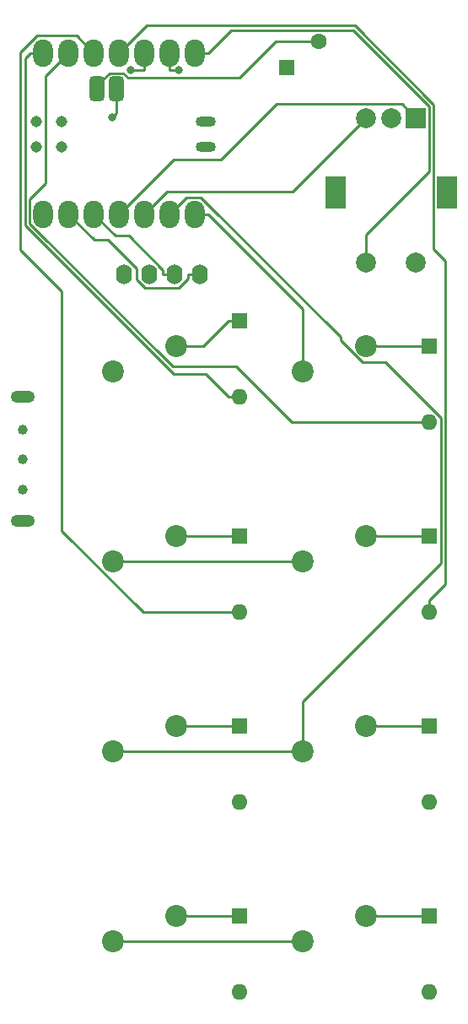
<source format=gbr>
%TF.GenerationSoftware,KiCad,Pcbnew,(6.0.9)*%
%TF.CreationDate,2023-04-09T12:51:12-04:00*%
%TF.ProjectId,MainPad,4d61696e-5061-4642-9e6b-696361645f70,rev?*%
%TF.SameCoordinates,Original*%
%TF.FileFunction,Copper,L2,Bot*%
%TF.FilePolarity,Positive*%
%FSLAX46Y46*%
G04 Gerber Fmt 4.6, Leading zero omitted, Abs format (unit mm)*
G04 Created by KiCad (PCBNEW (6.0.9)) date 2023-04-09 12:51:12*
%MOMM*%
%LPD*%
G01*
G04 APERTURE LIST*
G04 Aperture macros list*
%AMRoundRect*
0 Rectangle with rounded corners*
0 $1 Rounding radius*
0 $2 $3 $4 $5 $6 $7 $8 $9 X,Y pos of 4 corners*
0 Add a 4 corners polygon primitive as box body*
4,1,4,$2,$3,$4,$5,$6,$7,$8,$9,$2,$3,0*
0 Add four circle primitives for the rounded corners*
1,1,$1+$1,$2,$3*
1,1,$1+$1,$4,$5*
1,1,$1+$1,$6,$7*
1,1,$1+$1,$8,$9*
0 Add four rect primitives between the rounded corners*
20,1,$1+$1,$2,$3,$4,$5,0*
20,1,$1+$1,$4,$5,$6,$7,0*
20,1,$1+$1,$6,$7,$8,$9,0*
20,1,$1+$1,$8,$9,$2,$3,0*%
G04 Aperture macros list end*
%TA.AperFunction,SMDPad,CuDef*%
%ADD10O,1.998980X2.748280*%
%TD*%
%TA.AperFunction,SMDPad,CuDef*%
%ADD11O,2.032000X1.016000*%
%TD*%
%TA.AperFunction,SMDPad,CuDef*%
%ADD12C,1.143000*%
%TD*%
%TA.AperFunction,SMDPad,CuDef*%
%ADD13RoundRect,0.375000X-0.375000X0.875000X-0.375000X-0.875000X0.375000X-0.875000X0.375000X0.875000X0*%
%TD*%
%TA.AperFunction,ComponentPad*%
%ADD14C,1.008000*%
%TD*%
%TA.AperFunction,ComponentPad*%
%ADD15O,2.416000X1.208000*%
%TD*%
%TA.AperFunction,ComponentPad*%
%ADD16R,1.600000X1.600000*%
%TD*%
%TA.AperFunction,ComponentPad*%
%ADD17O,1.600000X1.600000*%
%TD*%
%TA.AperFunction,ComponentPad*%
%ADD18C,2.200000*%
%TD*%
%TA.AperFunction,ComponentPad*%
%ADD19O,1.600000X2.000000*%
%TD*%
%TA.AperFunction,ComponentPad*%
%ADD20R,2.000000X2.000000*%
%TD*%
%TA.AperFunction,ComponentPad*%
%ADD21C,2.000000*%
%TD*%
%TA.AperFunction,ComponentPad*%
%ADD22R,2.000000X3.200000*%
%TD*%
%TA.AperFunction,ComponentPad*%
%ADD23C,1.600000*%
%TD*%
%TA.AperFunction,ViaPad*%
%ADD24C,0.800000*%
%TD*%
%TA.AperFunction,Conductor*%
%ADD25C,0.250000*%
%TD*%
G04 APERTURE END LIST*
D10*
%TO.P,U1,1,D0-A0*%
%TO.N,/Row1*%
X122540480Y-30318720D03*
%TO.P,U1,2,D1-A1*%
%TO.N,/Row2*%
X125080480Y-30318720D03*
%TO.P,U1,3,D2-A2*%
%TO.N,/Row3*%
X127620480Y-30318720D03*
%TO.P,U1,4,D3-A3*%
%TO.N,/Row4*%
X130160480Y-30318720D03*
%TO.P,U1,5,D4-A4-SDA*%
%TO.N,/SDA*%
X132700480Y-30318720D03*
%TO.P,U1,6,D5-A5-SCL*%
%TO.N,/SCL*%
X135240480Y-30318720D03*
%TO.P,U1,7,D6-A6-TX*%
%TO.N,/RotaryButton*%
X137780480Y-30318720D03*
%TO.P,U1,8,D7*%
%TO.N,/Column1*%
X137780480Y-46483280D03*
%TO.P,U1,9,D8*%
%TO.N,/Column2*%
X135240480Y-46483280D03*
%TO.P,U1,10,D9*%
%TO.N,/RotaryB*%
X132700480Y-46483280D03*
%TO.P,U1,11,D10*%
%TO.N,/RotaryA*%
X130160480Y-46483280D03*
%TO.P,U1,12,3.3V*%
%TO.N,/3.3V*%
X127620480Y-46483280D03*
%TO.P,U1,13,GND*%
%TO.N,/GND*%
X125080480Y-46483280D03*
%TO.P,U1,14,5_v*%
%TO.N,/+5V*%
X122540480Y-46483280D03*
D11*
%TO.P,U1,15*%
%TO.N,N/C*%
X138858300Y-37185600D03*
%TO.P,U1,16*%
X138858300Y-39735600D03*
D12*
%TO.P,U1,17*%
X121854113Y-37184403D03*
%TO.P,U1,18*%
X121854113Y-39724403D03*
%TO.P,U1,19*%
X124394113Y-37184403D03*
%TO.P,U1,20*%
X124394113Y-39724403D03*
D13*
%TO.P,U1,21,vBat-*%
%TO.N,Net-(BT1-Pad2)*%
X127958300Y-33930600D03*
%TO.P,U1,22,vBat+*%
%TO.N,Net-(PoweSwitch1-Pad1)*%
X129863300Y-33930600D03*
%TD*%
D14*
%TO.P,PoweSwitch1,1,A*%
%TO.N,Net-(PoweSwitch1-Pad1)*%
X120530000Y-68070000D03*
%TO.P,PoweSwitch1,2,B*%
%TO.N,Net-(PoweSwitch1-Pad2)*%
X120530000Y-71070000D03*
%TO.P,PoweSwitch1,3,C*%
%TO.N,unconnected-(PoweSwitch1-Pad3)*%
X120530000Y-74070000D03*
D15*
%TO.P,PoweSwitch1,P$4*%
%TO.N,N/C*%
X120530000Y-64770000D03*
%TO.P,PoweSwitch1,P$5*%
X120530000Y-77270000D03*
%TD*%
D16*
%TO.P,U9,1,K*%
%TO.N,Net-(SW8-Pad1)*%
X161290000Y-116840000D03*
D17*
%TO.P,U9,2,A*%
%TO.N,/Row4*%
X161290000Y-124460000D03*
%TD*%
D16*
%TO.P,U8,1,K*%
%TO.N,Net-(SW7-Pad1)*%
X142240000Y-116840000D03*
D17*
%TO.P,U8,2,A*%
%TO.N,/Row3*%
X142240000Y-124460000D03*
%TD*%
D16*
%TO.P,U7,1,K*%
%TO.N,Net-(SW6-Pad1)*%
X161290000Y-97790000D03*
D17*
%TO.P,U7,2,A*%
%TO.N,/Row2*%
X161290000Y-105410000D03*
%TD*%
D16*
%TO.P,U6,1,K*%
%TO.N,Net-(SW5-Pad1)*%
X142240000Y-97790000D03*
D17*
%TO.P,U6,2,A*%
%TO.N,/Row1*%
X142240000Y-105410000D03*
%TD*%
D16*
%TO.P,U5,1,K*%
%TO.N,Net-(SW4-Pad1)*%
X161290000Y-78740000D03*
D17*
%TO.P,U5,2,A*%
%TO.N,/Row4*%
X161290000Y-86360000D03*
%TD*%
D16*
%TO.P,U4,1,K*%
%TO.N,Net-(SW3-Pad1)*%
X142240000Y-78740000D03*
D17*
%TO.P,U4,2,A*%
%TO.N,/Row3*%
X142240000Y-86360000D03*
%TD*%
D16*
%TO.P,U3,1,K*%
%TO.N,Net-(SW2-Pad1)*%
X161290000Y-59690000D03*
D17*
%TO.P,U3,2,A*%
%TO.N,/Row2*%
X161290000Y-67310000D03*
%TD*%
D16*
%TO.P,U2,1,K*%
%TO.N,Net-(SW1-Pad1)*%
X142240000Y-57150000D03*
D17*
%TO.P,U2,2,A*%
%TO.N,/Row1*%
X142240000Y-64770000D03*
%TD*%
D18*
%TO.P,SW8,1,1*%
%TO.N,Net-(SW8-Pad1)*%
X154940000Y-116840000D03*
%TO.P,SW8,2,2*%
%TO.N,/Column2*%
X148590000Y-119380000D03*
%TD*%
%TO.P,SW7,1,1*%
%TO.N,Net-(SW7-Pad1)*%
X135890000Y-116840000D03*
%TO.P,SW7,2,2*%
%TO.N,/Column2*%
X129540000Y-119380000D03*
%TD*%
%TO.P,SW6,1,1*%
%TO.N,Net-(SW6-Pad1)*%
X154940000Y-97790000D03*
%TO.P,SW6,2,2*%
%TO.N,/Column2*%
X148590000Y-100330000D03*
%TD*%
%TO.P,SW5,1,1*%
%TO.N,Net-(SW5-Pad1)*%
X135890000Y-97790000D03*
%TO.P,SW5,2,2*%
%TO.N,/Column2*%
X129540000Y-100330000D03*
%TD*%
%TO.P,SW4,1,1*%
%TO.N,Net-(SW4-Pad1)*%
X154940000Y-78740000D03*
%TO.P,SW4,2,2*%
%TO.N,/Column1*%
X148590000Y-81280000D03*
%TD*%
%TO.P,SW3,1,1*%
%TO.N,Net-(SW3-Pad1)*%
X135890000Y-78740000D03*
%TO.P,SW3,2,2*%
%TO.N,/Column1*%
X129540000Y-81280000D03*
%TD*%
%TO.P,SW2,1,1*%
%TO.N,Net-(SW2-Pad1)*%
X154940000Y-59690000D03*
%TO.P,SW2,2,2*%
%TO.N,/Column1*%
X148590000Y-62230000D03*
%TD*%
%TO.P,SW1,1,1*%
%TO.N,Net-(SW1-Pad1)*%
X135890000Y-59690000D03*
%TO.P,SW1,2,2*%
%TO.N,/Column1*%
X129540000Y-62230000D03*
%TD*%
D19*
%TO.P,Screen1,4,SDA*%
%TO.N,/SDA*%
X130620000Y-52510000D03*
%TO.P,Screen1,3,SCL*%
%TO.N,/SCL*%
X133160000Y-52510000D03*
%TO.P,Screen1,1,GND*%
%TO.N,/GND*%
X138240000Y-52510000D03*
%TO.P,Screen1,2,VCC*%
%TO.N,/3.3V*%
X135700000Y-52510000D03*
%TD*%
D20*
%TO.P,Knob1,A,A*%
%TO.N,/RotaryA*%
X159980000Y-36830000D03*
D21*
%TO.P,Knob1,B,B*%
%TO.N,/RotaryB*%
X154980000Y-36830000D03*
%TO.P,Knob1,C,C*%
%TO.N,/GND*%
X157480000Y-36830000D03*
D22*
%TO.P,Knob1,MP*%
%TO.N,N/C*%
X151880000Y-44330000D03*
X163080000Y-44330000D03*
D21*
%TO.P,Knob1,S1,S1*%
%TO.N,/RotaryButton*%
X154980000Y-51330000D03*
%TO.P,Knob1,S2,S2*%
%TO.N,/GND*%
X159980000Y-51330000D03*
%TD*%
D16*
%TO.P,BT1,1,+*%
%TO.N,Net-(PoweSwitch1-Pad2)*%
X146965000Y-31805000D03*
D23*
%TO.P,BT1,2,-*%
%TO.N,Net-(BT1-Pad2)*%
X150215000Y-29155000D03*
%TD*%
D24*
%TO.N,Net-(PoweSwitch1-Pad1)*%
X129470100Y-36738400D03*
%TO.N,/SCL*%
X136186000Y-32065600D03*
%TO.N,/SDA*%
X131341000Y-32066900D03*
%TD*%
D25*
%TO.N,Net-(PoweSwitch1-Pad1)*%
X129863300Y-36345200D02*
X129470100Y-36738400D01*
X129863300Y-33930600D02*
X129863300Y-36345200D01*
%TO.N,/Row1*%
X142240000Y-64770000D02*
X141114700Y-64770000D01*
X122540500Y-30318700D02*
X121215700Y-30318700D01*
X138843700Y-62499000D02*
X141114700Y-64770000D01*
X135651000Y-62499000D02*
X138843700Y-62499000D01*
X120721800Y-47569800D02*
X135651000Y-62499000D01*
X120721800Y-30812600D02*
X120721800Y-47569800D01*
X121215700Y-30318700D02*
X120721800Y-30812600D01*
%TO.N,/RotaryA*%
X135613800Y-41030000D02*
X130160500Y-46483300D01*
X140354600Y-41030000D02*
X135613800Y-41030000D01*
X145935700Y-35448900D02*
X140354600Y-41030000D01*
X158598900Y-35448900D02*
X145935700Y-35448900D01*
X159980000Y-36830000D02*
X158598900Y-35448900D01*
%TO.N,/RotaryButton*%
X141394400Y-28029600D02*
X139105300Y-30318700D01*
X153643500Y-28029600D02*
X141394400Y-28029600D01*
X161305400Y-35691500D02*
X153643500Y-28029600D01*
X161305400Y-42231500D02*
X161305400Y-35691500D01*
X154980000Y-48556900D02*
X161305400Y-42231500D01*
X154980000Y-51330000D02*
X154980000Y-48556900D01*
X137780500Y-30318700D02*
X139105300Y-30318700D01*
%TO.N,/Row4*%
X161290000Y-86360000D02*
X161290000Y-85234700D01*
X132918100Y-27561100D02*
X130160500Y-30318700D01*
X153811900Y-27561100D02*
X132918100Y-27561100D01*
X161763300Y-35512500D02*
X153811900Y-27561100D01*
X161763300Y-42410500D02*
X161763300Y-35512500D01*
X161712800Y-42461000D02*
X161763300Y-42410500D01*
X161712800Y-49962800D02*
X161712800Y-42461000D01*
X162915700Y-51165700D02*
X161712800Y-49962800D01*
X162915700Y-83609000D02*
X162915700Y-51165700D01*
X161290000Y-85234700D02*
X162915700Y-83609000D01*
%TO.N,/Row3*%
X125891800Y-28590000D02*
X127620500Y-30318700D01*
X121946700Y-28590000D02*
X125891800Y-28590000D01*
X120259400Y-30277300D02*
X121946700Y-28590000D01*
X120259400Y-50029000D02*
X120259400Y-30277300D01*
X124418300Y-54187900D02*
X120259400Y-50029000D01*
X124418300Y-78224300D02*
X124418300Y-54187900D01*
X132554000Y-86360000D02*
X124418300Y-78224300D01*
X142240000Y-86360000D02*
X132554000Y-86360000D01*
%TO.N,/Row2*%
X122751000Y-32648200D02*
X125080500Y-30318700D01*
X122751000Y-43396600D02*
X122751000Y-32648200D01*
X121194900Y-44952700D02*
X122751000Y-43396600D01*
X121194900Y-47406000D02*
X121194900Y-44952700D01*
X135541600Y-61752700D02*
X121194900Y-47406000D01*
X141949600Y-61752700D02*
X135541600Y-61752700D01*
X147506900Y-67310000D02*
X141949600Y-61752700D01*
X161290000Y-67310000D02*
X147506900Y-67310000D01*
%TO.N,Net-(SW8-Pad1)*%
X154940000Y-116840000D02*
X161290000Y-116840000D01*
%TO.N,Net-(SW7-Pad1)*%
X135890000Y-116840000D02*
X142240000Y-116840000D01*
%TO.N,Net-(SW6-Pad1)*%
X154940000Y-97790000D02*
X161290000Y-97790000D01*
%TO.N,/Column2*%
X148590000Y-119380000D02*
X129540000Y-119380000D01*
X148590000Y-95392800D02*
X148590000Y-100330000D01*
X162465300Y-81517500D02*
X148590000Y-95392800D01*
X162465300Y-66892000D02*
X162465300Y-81517500D01*
X156910800Y-61337500D02*
X162465300Y-66892000D01*
X154570300Y-61337500D02*
X156910800Y-61337500D01*
X152376600Y-59143800D02*
X154570300Y-61337500D01*
X152376600Y-58782500D02*
X152376600Y-59143800D01*
X138375100Y-44781000D02*
X152376600Y-58782500D01*
X136942800Y-44781000D02*
X138375100Y-44781000D01*
X135240500Y-46483300D02*
X136942800Y-44781000D01*
X129540000Y-100330000D02*
X148590000Y-100330000D01*
%TO.N,Net-(SW5-Pad1)*%
X135890000Y-97790000D02*
X142240000Y-97790000D01*
%TO.N,Net-(SW4-Pad1)*%
X154940000Y-78740000D02*
X161290000Y-78740000D01*
%TO.N,Net-(SW3-Pad1)*%
X135890000Y-78740000D02*
X142240000Y-78740000D01*
%TO.N,Net-(SW2-Pad1)*%
X154940000Y-59690000D02*
X161290000Y-59690000D01*
%TO.N,/Column1*%
X129540000Y-81280000D02*
X148590000Y-81280000D01*
X148590000Y-55968000D02*
X139105300Y-46483300D01*
X148590000Y-62230000D02*
X148590000Y-55968000D01*
X137780500Y-46483300D02*
X139105300Y-46483300D01*
%TO.N,Net-(SW1-Pad1)*%
X138574700Y-59690000D02*
X141114700Y-57150000D01*
X135890000Y-59690000D02*
X138574700Y-59690000D01*
X142240000Y-57150000D02*
X141114700Y-57150000D01*
%TO.N,/3.3V*%
X129783000Y-48645800D02*
X127620500Y-46483300D01*
X131132500Y-48645800D02*
X129783000Y-48645800D01*
X134574700Y-52088000D02*
X131132500Y-48645800D01*
X134574700Y-52510000D02*
X134574700Y-52088000D01*
X135700000Y-52510000D02*
X134574700Y-52510000D01*
%TO.N,/SCL*%
X135240500Y-30318700D02*
X135240500Y-32018200D01*
X136138600Y-32018200D02*
X136186000Y-32065600D01*
X135240500Y-32018200D02*
X136138600Y-32018200D01*
%TO.N,/SDA*%
X131389700Y-32018200D02*
X131341000Y-32066900D01*
X132700500Y-32018200D02*
X131389700Y-32018200D01*
X132700500Y-30318700D02*
X132700500Y-32018200D01*
%TO.N,/GND*%
X127685900Y-49088700D02*
X125080500Y-46483300D01*
X129060800Y-49088700D02*
X127685900Y-49088700D01*
X131890000Y-51917900D02*
X129060800Y-49088700D01*
X131890000Y-53034200D02*
X131890000Y-51917900D01*
X132723700Y-53867900D02*
X131890000Y-53034200D01*
X136178800Y-53867900D02*
X132723700Y-53867900D01*
X137114700Y-52932000D02*
X136178800Y-53867900D01*
X137114700Y-52510000D02*
X137114700Y-52932000D01*
X138240000Y-52510000D02*
X137114700Y-52510000D01*
%TO.N,/RotaryB*%
X134946700Y-44237100D02*
X132700500Y-46483300D01*
X147572900Y-44237100D02*
X134946700Y-44237100D01*
X154980000Y-36830000D02*
X147572900Y-44237100D01*
%TO.N,Net-(BT1-Pad2)*%
X145867500Y-29155000D02*
X150215000Y-29155000D01*
X142229800Y-32792700D02*
X145867500Y-29155000D01*
X131040900Y-32792700D02*
X142229800Y-32792700D01*
X130584900Y-32336700D02*
X131040900Y-32792700D01*
X129175500Y-32336700D02*
X130584900Y-32336700D01*
X127958300Y-33553900D02*
X129175500Y-32336700D01*
X127958300Y-33930600D02*
X127958300Y-33553900D01*
%TD*%
M02*

</source>
